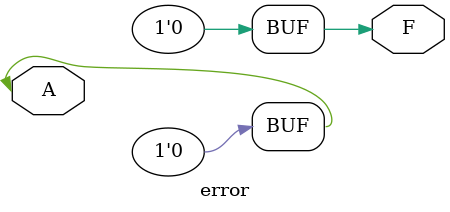
<source format=v>
module error(input A, output F); 
assign A = 1'b0;
assign A = 1'b1;
assign F = A;
endmodule

</source>
